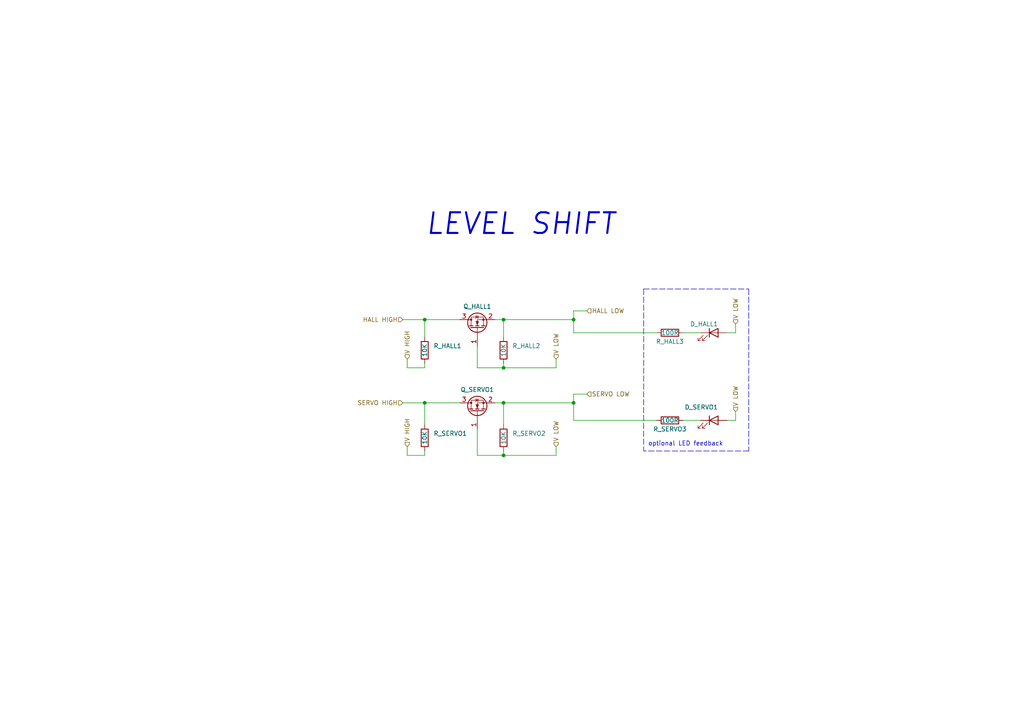
<source format=kicad_sch>
(kicad_sch (version 20211123) (generator eeschema)
  (paper "A4")
  (title_block (title "E-TKT v1.0") (date "2022-09-29") (rev "4") (company "Andrei Speridiao"))
  (lib_symbols
    (symbol "Device:LED" (pin_numbers hide) (pin_names (offset 1.016) hide)
      (property "Reference" "D" (at 0 2.54 0))
      (property "Value" "LED" (at 0 -2.54 0))
      (symbol "LED_0_1"
        (polyline (pts (xy -1.27 -1.27) (xy -1.27 1.27)) (stroke (width 0.254)))
        (polyline (pts (xy -1.27 0) (xy 1.27 0)))
        (polyline (pts (xy 1.27 -1.27) (xy 1.27 1.27) (xy -1.27 0) (xy 1.27 -1.27)) (stroke (width 0.254)))
        (polyline (pts (xy -3.048 -0.762) (xy -4.572 -2.286) (xy -3.81 -2.286) (xy -4.572 -2.286) (xy -4.572 -1.524)))
        (polyline (pts (xy -1.778 -0.762) (xy -3.302 -2.286) (xy -2.54 -2.286) (xy -3.302 -2.286) (xy -3.302 -1.524)))
      )
      (symbol "LED_1_1"
        (pin passive line (at -3.81 0 0) (length 2.54) (name "K") (number "1"))
        (pin passive line (at 3.81 0 180) (length 2.54) (name "A") (number "2"))
      )
    )
    (symbol "Device:R" (pin_numbers hide) (pin_names (offset 0))
      (property "Reference" "R" (at 2.032 0 90))
      (property "Value" "R" (at 0 0 90))
      (symbol "R_0_1"
        (rectangle (start -1.016 -2.54) (end 1.016 2.54) (stroke (width 0.254)))
      )
      (symbol "R_1_1"
        (pin passive line (at 0 3.81 270) (length 1.27) (name "~") (number "1"))
        (pin passive line (at 0 -3.81 90) (length 1.27) (name "~") (number "2"))
      )
    )
    (symbol "Transistor_FET:BSS138" (pin_names hide)
      (property "Reference" "Q" (at 5.08 1.905 0))
      (property "Value" "BSS138" (at 5.08 0 0))
      (symbol "BSS138_0_1"
        (polyline (pts (xy 0.254 0) (xy -2.54 0)))
        (polyline (pts (xy 0.254 1.905) (xy 0.254 -1.905)) (stroke (width 0.254)))
        (polyline (pts (xy 0.762 -1.27) (xy 0.762 -2.286)) (stroke (width 0.254)))
        (polyline (pts (xy 0.762 0.508) (xy 0.762 -0.508)) (stroke (width 0.254)))
        (polyline (pts (xy 0.762 2.286) (xy 0.762 1.27)) (stroke (width 0.254)))
        (polyline (pts (xy 2.54 2.54) (xy 2.54 1.778)))
        (polyline (pts (xy 2.54 -2.54) (xy 2.54 0) (xy 0.762 0)))
        (polyline (pts (xy 0.762 -1.778) (xy 3.302 -1.778) (xy 3.302 1.778) (xy 0.762 1.778)))
        (polyline (pts (xy 1.016 0) (xy 2.032 0.381) (xy 2.032 -0.381) (xy 1.016 0)) (fill (type outline)))
        (polyline (pts (xy 2.794 0.508) (xy 2.921 0.381) (xy 3.683 0.381) (xy 3.81 0.254)))
        (polyline (pts (xy 3.302 0.381) (xy 2.921 -0.254) (xy 3.683 -0.254) (xy 3.302 0.381)))
        (circle (center 1.651 0) (radius 2.794) (stroke (width 0.254)))
        (circle (center 2.54 -1.778) (radius 0.254) (fill (type outline)))
        (circle (center 2.54 1.778) (radius 0.254) (fill (type outline)))
      )
      (symbol "BSS138_1_1"
        (pin input line (at -5.08 0 0) (length 2.54) (name "G") (number "1"))
        (pin passive line (at 2.54 -5.08 90) (length 2.54) (name "S") (number "2"))
        (pin passive line (at 2.54 5.08 270) (length 2.54) (name "D") (number "3"))
      )
    )
  )
  (junction (at 146.05 116.84))
  (junction (at 146.05 92.71))
  (junction (at 166.37 116.84))
  (junction (at 146.05 132.08))
  (junction (at 123.19 116.84))
  (junction (at 166.37 92.71))
  (junction (at 123.19 92.71))
  (junction (at 146.05 106.68))
  (wire (pts (xy 190.5 96.52) (xy 166.37 96.52)))
  (wire (pts (xy 146.05 92.71) (xy 166.37 92.71)))
  (wire (pts (xy 123.19 92.71) (xy 133.35 92.71)))
  (polyline (pts (xy 186.69 83.82) (xy 217.17 83.82)))
  (wire (pts (xy 123.19 116.84) (xy 123.19 123.19)))
  (wire (pts (xy 123.19 132.08) (xy 123.19 130.81)))
  (wire (pts (xy 138.43 124.46) (xy 138.43 132.08)))
  (wire (pts (xy 146.05 116.84) (xy 146.05 123.19)))
  (wire (pts (xy 198.12 96.52) (xy 203.2 96.52)))
  (wire (pts (xy 138.43 106.68) (xy 146.05 106.68)))
  (wire (pts (xy 213.36 93.98) (xy 213.36 96.52)))
  (polyline (pts (xy 217.17 83.82) (xy 217.17 130.81)))
  (wire (pts (xy 146.05 132.08) (xy 146.05 130.81)))
  (wire (pts (xy 123.19 116.84) (xy 133.35 116.84)))
  (wire (pts (xy 166.37 114.3) (xy 166.37 116.84)))
  (wire (pts (xy 118.11 129.54) (xy 118.11 132.08)))
  (wire (pts (xy 123.19 106.68) (xy 118.11 106.68)))
  (wire (pts (xy 166.37 114.3) (xy 170.18 114.3)))
  (wire (pts (xy 138.43 132.08) (xy 146.05 132.08)))
  (polyline (pts (xy 186.69 83.82) (xy 186.69 130.81)))
  (wire (pts (xy 116.84 116.84) (xy 123.19 116.84)))
  (wire (pts (xy 203.2 121.92) (xy 198.12 121.92)))
  (wire (pts (xy 138.43 100.33) (xy 138.43 106.68)))
  (wire (pts (xy 118.11 132.08) (xy 123.19 132.08)))
  (wire (pts (xy 166.37 116.84) (xy 166.37 121.92)))
  (wire (pts (xy 143.51 116.84) (xy 146.05 116.84)))
  (wire (pts (xy 116.84 92.71) (xy 123.19 92.71)))
  (wire (pts (xy 123.19 105.41) (xy 123.19 106.68)))
  (polyline (pts (xy 217.17 130.81) (xy 186.69 130.81)))
  (wire (pts (xy 146.05 116.84) (xy 166.37 116.84)))
  (wire (pts (xy 143.51 92.71) (xy 146.05 92.71)))
  (wire (pts (xy 213.36 119.38) (xy 213.36 121.92)))
  (wire (pts (xy 161.29 129.54) (xy 161.29 132.08)))
  (wire (pts (xy 118.11 104.14) (xy 118.11 106.68)))
  (wire (pts (xy 170.18 90.17) (xy 166.37 90.17)))
  (wire (pts (xy 166.37 121.92) (xy 190.5 121.92)))
  (wire (pts (xy 146.05 106.68) (xy 161.29 106.68)))
  (wire (pts (xy 210.82 121.92) (xy 213.36 121.92)))
  (wire (pts (xy 146.05 92.71) (xy 146.05 97.79)))
  (wire (pts (xy 161.29 106.68) (xy 161.29 104.14)))
  (wire (pts (xy 210.82 96.52) (xy 213.36 96.52)))
  (wire (pts (xy 123.19 92.71) (xy 123.19 97.79)))
  (wire (pts (xy 166.37 90.17) (xy 166.37 92.71)))
  (wire (pts (xy 146.05 132.08) (xy 161.29 132.08)))
  (wire (pts (xy 146.05 106.68) (xy 146.05 105.41)))
  (wire (pts (xy 166.37 92.71) (xy 166.37 96.52)))
  (text "optional LED feedback" (at 187.96 129.54 0) (effects (font (size 1.27 1.27)) (justify left bottom)))
  (text "LEVEL SHIFT" (at 123.19 68.58 0) (effects (font (size 6 6) (thickness 0.6) bold italic) (justify left bottom)))
  (hierarchical_label "HALL HIGH" (shape input) (at 116.84 92.71 180))
  (hierarchical_label "V LOW" (shape input) (at 161.29 129.54 90))
  (hierarchical_label "SERVO LOW" (shape input) (at 170.18 114.3 0))
  (hierarchical_label "V HIGH" (shape input) (at 118.11 129.54 90))
  (hierarchical_label "V LOW" (shape input) (at 161.29 104.14 90))
  (hierarchical_label "V LOW" (shape input) (at 213.36 93.98 90))
  (hierarchical_label "SERVO HIGH" (shape input) (at 116.84 116.84 180))
  (hierarchical_label "V LOW" (shape input) (at 213.36 119.38 90))
  (hierarchical_label "V HIGH" (shape input) (at 118.11 104.14 90))
  (hierarchical_label "HALL LOW" (shape input) (at 170.18 90.17 0))
  (symbol (lib_id "Device:R") (at 194.31 96.52 90) (unit 1)
    (property "Reference" "R_HALL3" (at 194.31 99.06 90))
    (property "Value" "100R" (at 194.31 96.52 90))
    (property "Footprint" "Resistor_SMD:R_0603_1608Metric_Pad0.98x0.95mm_HandSolder" (effects hide))
    (property "Datasheet" "https://br.mouser.com/datasheet/2/54/Bourns_CMP_Datasheet_05.28.20-1854233.pdf" (effects hide))
    (property "#" "ERJ-3EKF1000V" (effects hide))
    (property "Description" "LED series resistor" (effects hide))
    (property "Group" "Hall" (effects hide))
    (property "Obs" "wes" (effects hide))
    (property "Mouser" "OK" (effects hide))
  )
  (symbol (lib_id "Device:LED") (at 207.01 96.52 0) (unit 1)
    (property "Reference" "D_HALL1" (at 208.28 93.98 0) (effects (justify right)))
    (property "Value" "LED white" (effects hide))
    (property "Footprint" "LED_SMD:LED_0603_1608Metric_Pad1.05x0.95mm_HandSolder" (effects hide))
    (property "Datasheet" "https://br.mouser.com/datasheet/2/348/smld12-e-1874545.pdf" (effects hide))
    (property "#" "SMLD12WBN1W1" (effects hide))
    (property "Description" "Signal LED" (effects hide))
    (property "Group" "Hall" (effects hide))
    (property "Mouser" "OK" (effects hide))
  )
  (symbol (lib_id "Device:R") (at 123.19 101.6 0) (unit 1)
    (property "Reference" "R_HALL1" (at 125.73 100.3299 0) (effects (justify left)))
    (property "Value" "10K" (at 123.19 101.6 90))
    (property "Footprint" "Resistor_SMD:R_0603_1608Metric_Pad0.98x0.95mm_HandSolder" (effects hide))
    (property "Datasheet" "https://br.mouser.com/datasheet/2/54/chp_a-1858677.pdf" (effects hide))
    (property "#" "ERJ-3EKF1002V" (effects hide))
    (property "Description" "Pullup" (effects hide))
    (property "Group" "Hall" (effects hide))
    (property "Obs" "wes" (effects hide))
    (property "Mouser" "OK" (effects hide))
  )
  (symbol (lib_id "Transistor_FET:BSS138") (at 138.43 95.25 90) (unit 1)
    (property "Reference" "Q_HALL1" (at 138.43 88.9 90))
    (property "Value" "BSS138LT3G" (effects hide))
    (property "Footprint" "Package_TO_SOT_SMD:SOT-23_Handsoldering" (effects hide))
    (property "Datasheet" "https://br.mouser.com/datasheet/2/308/1/BSS138LT1_D-2310401.pdf" (effects hide))
    (property "#" "BSS138LT3G" (effects hide))
    (property "Description" "MOSFET N-CH SOT23" (effects hide))
    (property "Group" "Hall" (effects hide))
    (property "Mouser" "OK" (effects hide))
  )
  (symbol (lib_id "Device:LED") (at 207.01 121.92 0) (unit 1)
    (property "Reference" "D_SERVO1" (at 208.28 118.11 0) (effects (justify right)))
    (property "Value" "LED white" (effects hide))
    (property "Footprint" "LED_SMD:LED_0603_1608Metric_Pad1.05x0.95mm_HandSolder" (effects hide))
    (property "Datasheet" "https://br.mouser.com/datasheet/2/348/smld12-e-1874545.pdf" (effects hide))
    (property "#" "SMLD12WBN1W1" (effects hide))
    (property "Description" "Signal LED" (effects hide))
    (property "Group" "Servo" (effects hide))
    (property "Mouser" "OK" (effects hide))
  )
  (symbol (lib_id "Device:R") (at 123.19 127 0) (unit 1)
    (property "Reference" "R_SERVO1" (at 125.73 125.7299 0) (effects (justify left)))
    (property "Value" "10K" (at 123.19 127 90))
    (property "Footprint" "Resistor_SMD:R_0603_1608Metric_Pad0.98x0.95mm_HandSolder" (effects hide))
    (property "Datasheet" "https://br.mouser.com/datasheet/2/54/chp_a-1858677.pdf" (effects hide))
    (property "#" "ERJ-3EKF1002V" (effects hide))
    (property "Description" "Pullup" (effects hide))
    (property "Group" "Servo" (effects hide))
    (property "Obs" "wes" (effects hide))
    (property "Mouser" "OK" (effects hide))
  )
  (symbol (lib_id "Device:R") (at 194.31 121.92 90) (unit 1)
    (property "Reference" "R_SERVO3" (at 194.31 124.46 90))
    (property "Value" "100R" (at 194.31 121.92 90))
    (property "Footprint" "Resistor_SMD:R_0603_1608Metric_Pad0.98x0.95mm_HandSolder" (effects hide))
    (property "Datasheet" "https://br.mouser.com/datasheet/2/54/Bourns_CMP_Datasheet_05.28.20-1854233.pdf" (effects hide))
    (property "#" "ERJ-3EKF1000V" (effects hide))
    (property "Description" "LED series resistor" (effects hide))
    (property "Group" "Servo" (effects hide))
    (property "Obs" "wes" (effects hide))
    (property "Mouser" "OK" (effects hide))
  )
  (symbol (lib_id "Device:R") (at 146.05 127 0) (unit 1)
    (property "Reference" "R_SERVO2" (at 148.59 125.7299 0) (effects (justify left)))
    (property "Value" "10K" (at 146.05 127 90))
    (property "Footprint" "Resistor_SMD:R_0603_1608Metric_Pad0.98x0.95mm_HandSolder" (effects hide))
    (property "Datasheet" "https://br.mouser.com/datasheet/2/54/chp_a-1858677.pdf" (effects hide))
    (property "#" "ERJ-3EKF1002V" (effects hide))
    (property "Description" "Pullup" (effects hide))
    (property "Group" "Servo" (effects hide))
    (property "Obs" "wes" (effects hide))
    (property "Mouser" "OK" (effects hide))
  )
  (symbol (lib_id "Transistor_FET:BSS138") (at 138.43 119.38 90) (unit 1)
    (property "Reference" "Q_SERVO1" (at 138.43 113.03 90))
    (property "Value" "BSS138LT3G" (effects hide))
    (property "Footprint" "Package_TO_SOT_SMD:SOT-23_Handsoldering" (effects hide))
    (property "Datasheet" "https://br.mouser.com/datasheet/2/308/1/BSS138LT1_D-2310401.pdf" (effects hide))
    (property "#" "BSS138LT3G" (effects hide))
    (property "Description" "MOSFET N-CH SOT23" (effects hide))
    (property "Group" "Servo" (effects hide))
    (property "Mouser" "OK" (effects hide))
  )
  (symbol (lib_id "Device:R") (at 146.05 101.6 0) (unit 1)
    (property "Reference" "R_HALL2" (at 148.59 100.3299 0) (effects (justify left)))
    (property "Value" "10K" (at 146.05 101.6 90))
    (property "Footprint" "Resistor_SMD:R_0603_1608Metric_Pad0.98x0.95mm_HandSolder" (effects hide))
    (property "Datasheet" "https://br.mouser.com/datasheet/2/54/chp_a-1858677.pdf" (effects hide))
    (property "#" "ERJ-3EKF1002V" (effects hide))
    (property "Description" "Pullup" (effects hide))
    (property "Group" "Hall" (effects hide))
    (property "Obs" "wes" (effects hide))
    (property "Mouser" "OK" (effects hide))
  )
)
</source>
